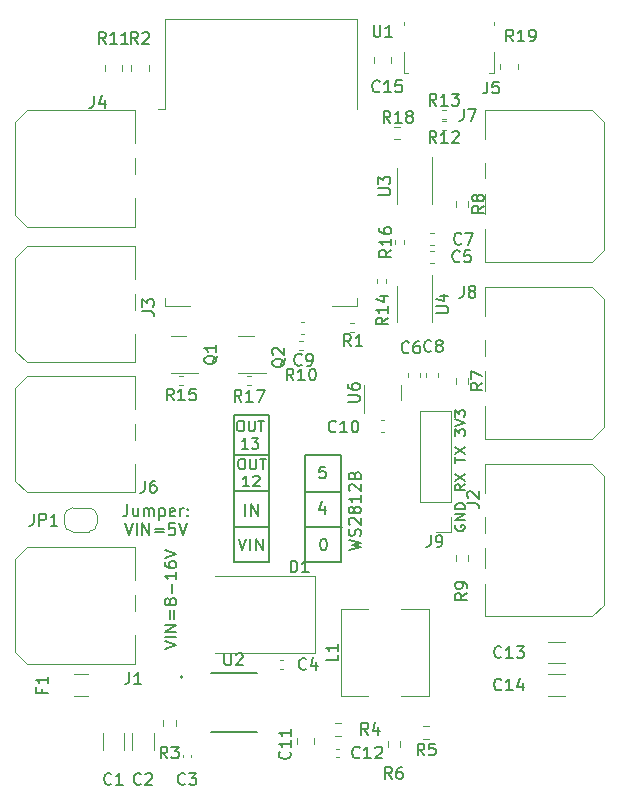
<source format=gbr>
%TF.GenerationSoftware,KiCad,Pcbnew,(6.0.1)*%
%TF.CreationDate,2022-02-04T15:15:15+01:00*%
%TF.ProjectId,WLED_ESP8266_molex_microfit,574c4544-5f45-4535-9038-3236365f6d6f,rev?*%
%TF.SameCoordinates,Original*%
%TF.FileFunction,Legend,Top*%
%TF.FilePolarity,Positive*%
%FSLAX46Y46*%
G04 Gerber Fmt 4.6, Leading zero omitted, Abs format (unit mm)*
G04 Created by KiCad (PCBNEW (6.0.1)) date 2022-02-04 15:15:15*
%MOMM*%
%LPD*%
G01*
G04 APERTURE LIST*
%ADD10C,0.150000*%
%ADD11C,0.200000*%
%ADD12C,0.127000*%
%ADD13C,0.120000*%
G04 APERTURE END LIST*
D10*
X142556000Y-105456000D02*
X145656000Y-105456000D01*
X139456000Y-102356000D02*
X136556000Y-102356000D01*
X139556000Y-105356000D02*
X136556000Y-105356000D01*
X139556000Y-111356000D02*
X136556000Y-111356000D01*
X136556000Y-111356000D02*
X136556000Y-98956000D01*
X136556000Y-98956000D02*
X139556000Y-98956000D01*
X139556000Y-98956000D02*
X139556000Y-111356000D01*
X145656000Y-111356000D02*
X142556000Y-111356000D01*
X142556000Y-111356000D02*
X142556000Y-102356000D01*
X142556000Y-102356000D02*
X145656000Y-102356000D01*
X145656000Y-102356000D02*
X145656000Y-111356000D01*
X142556000Y-108456000D02*
X145756000Y-108456000D01*
X139556000Y-108456000D02*
X136556000Y-108456000D01*
X144294095Y-103308380D02*
X143817904Y-103308380D01*
X143770285Y-103784571D01*
X143817904Y-103736952D01*
X143913142Y-103689333D01*
X144151238Y-103689333D01*
X144246476Y-103736952D01*
X144294095Y-103784571D01*
X144341714Y-103879809D01*
X144341714Y-104117904D01*
X144294095Y-104213142D01*
X144246476Y-104260761D01*
X144151238Y-104308380D01*
X143913142Y-104308380D01*
X143817904Y-104260761D01*
X143770285Y-104213142D01*
X137156000Y-102638642D02*
X137327428Y-102638642D01*
X137413142Y-102681500D01*
X137498857Y-102767214D01*
X137541714Y-102938642D01*
X137541714Y-103238642D01*
X137498857Y-103410071D01*
X137413142Y-103495785D01*
X137327428Y-103538642D01*
X137156000Y-103538642D01*
X137070285Y-103495785D01*
X136984571Y-103410071D01*
X136941714Y-103238642D01*
X136941714Y-102938642D01*
X136984571Y-102767214D01*
X137070285Y-102681500D01*
X137156000Y-102638642D01*
X137927428Y-102638642D02*
X137927428Y-103367214D01*
X137970285Y-103452928D01*
X138013142Y-103495785D01*
X138098857Y-103538642D01*
X138270285Y-103538642D01*
X138356000Y-103495785D01*
X138398857Y-103452928D01*
X138441714Y-103367214D01*
X138441714Y-102638642D01*
X138741714Y-102638642D02*
X139256000Y-102638642D01*
X138998857Y-103538642D02*
X138998857Y-102638642D01*
X137884571Y-104987642D02*
X137370285Y-104987642D01*
X137627428Y-104987642D02*
X137627428Y-104087642D01*
X137541714Y-104216214D01*
X137456000Y-104301928D01*
X137370285Y-104344785D01*
X138227428Y-104173357D02*
X138270285Y-104130500D01*
X138356000Y-104087642D01*
X138570285Y-104087642D01*
X138656000Y-104130500D01*
X138698857Y-104173357D01*
X138741714Y-104259071D01*
X138741714Y-104344785D01*
X138698857Y-104473357D01*
X138184571Y-104987642D01*
X138741714Y-104987642D01*
X146308380Y-110365523D02*
X147308380Y-110127428D01*
X146594095Y-109936952D01*
X147308380Y-109746476D01*
X146308380Y-109508380D01*
X147260761Y-109175047D02*
X147308380Y-109032190D01*
X147308380Y-108794095D01*
X147260761Y-108698857D01*
X147213142Y-108651238D01*
X147117904Y-108603619D01*
X147022666Y-108603619D01*
X146927428Y-108651238D01*
X146879809Y-108698857D01*
X146832190Y-108794095D01*
X146784571Y-108984571D01*
X146736952Y-109079809D01*
X146689333Y-109127428D01*
X146594095Y-109175047D01*
X146498857Y-109175047D01*
X146403619Y-109127428D01*
X146356000Y-109079809D01*
X146308380Y-108984571D01*
X146308380Y-108746476D01*
X146356000Y-108603619D01*
X146403619Y-108222666D02*
X146356000Y-108175047D01*
X146308380Y-108079809D01*
X146308380Y-107841714D01*
X146356000Y-107746476D01*
X146403619Y-107698857D01*
X146498857Y-107651238D01*
X146594095Y-107651238D01*
X146736952Y-107698857D01*
X147308380Y-108270285D01*
X147308380Y-107651238D01*
X146736952Y-107079809D02*
X146689333Y-107175047D01*
X146641714Y-107222666D01*
X146546476Y-107270285D01*
X146498857Y-107270285D01*
X146403619Y-107222666D01*
X146356000Y-107175047D01*
X146308380Y-107079809D01*
X146308380Y-106889333D01*
X146356000Y-106794095D01*
X146403619Y-106746476D01*
X146498857Y-106698857D01*
X146546476Y-106698857D01*
X146641714Y-106746476D01*
X146689333Y-106794095D01*
X146736952Y-106889333D01*
X146736952Y-107079809D01*
X146784571Y-107175047D01*
X146832190Y-107222666D01*
X146927428Y-107270285D01*
X147117904Y-107270285D01*
X147213142Y-107222666D01*
X147260761Y-107175047D01*
X147308380Y-107079809D01*
X147308380Y-106889333D01*
X147260761Y-106794095D01*
X147213142Y-106746476D01*
X147117904Y-106698857D01*
X146927428Y-106698857D01*
X146832190Y-106746476D01*
X146784571Y-106794095D01*
X146736952Y-106889333D01*
X147308380Y-105746476D02*
X147308380Y-106317904D01*
X147308380Y-106032190D02*
X146308380Y-106032190D01*
X146451238Y-106127428D01*
X146546476Y-106222666D01*
X146594095Y-106317904D01*
X146403619Y-105365523D02*
X146356000Y-105317904D01*
X146308380Y-105222666D01*
X146308380Y-104984571D01*
X146356000Y-104889333D01*
X146403619Y-104841714D01*
X146498857Y-104794095D01*
X146594095Y-104794095D01*
X146736952Y-104841714D01*
X147308380Y-105413142D01*
X147308380Y-104794095D01*
X146784571Y-104032190D02*
X146832190Y-103889333D01*
X146879809Y-103841714D01*
X146975047Y-103794095D01*
X147117904Y-103794095D01*
X147213142Y-103841714D01*
X147260761Y-103889333D01*
X147308380Y-103984571D01*
X147308380Y-104365523D01*
X146308380Y-104365523D01*
X146308380Y-104032190D01*
X146356000Y-103936952D01*
X146403619Y-103889333D01*
X146498857Y-103841714D01*
X146594095Y-103841714D01*
X146689333Y-103889333D01*
X146736952Y-103936952D01*
X146784571Y-104032190D01*
X146784571Y-104365523D01*
X155356000Y-108263142D02*
X155317904Y-108348857D01*
X155317904Y-108477428D01*
X155356000Y-108606000D01*
X155432190Y-108691714D01*
X155508380Y-108734571D01*
X155660761Y-108777428D01*
X155775047Y-108777428D01*
X155927428Y-108734571D01*
X156003619Y-108691714D01*
X156079809Y-108606000D01*
X156117904Y-108477428D01*
X156117904Y-108391714D01*
X156079809Y-108263142D01*
X156041714Y-108220285D01*
X155775047Y-108220285D01*
X155775047Y-108391714D01*
X156117904Y-107834571D02*
X155317904Y-107834571D01*
X156117904Y-107320285D01*
X155317904Y-107320285D01*
X156117904Y-106891714D02*
X155317904Y-106891714D01*
X155317904Y-106677428D01*
X155356000Y-106548857D01*
X155432190Y-106463142D01*
X155508380Y-106420285D01*
X155660761Y-106377428D01*
X155775047Y-106377428D01*
X155927428Y-106420285D01*
X156003619Y-106463142D01*
X156079809Y-106548857D01*
X156117904Y-106677428D01*
X156117904Y-106891714D01*
X156117904Y-104791714D02*
X155736952Y-105091714D01*
X156117904Y-105306000D02*
X155317904Y-105306000D01*
X155317904Y-104963142D01*
X155356000Y-104877428D01*
X155394095Y-104834571D01*
X155470285Y-104791714D01*
X155584571Y-104791714D01*
X155660761Y-104834571D01*
X155698857Y-104877428D01*
X155736952Y-104963142D01*
X155736952Y-105306000D01*
X155317904Y-104491714D02*
X156117904Y-103891714D01*
X155317904Y-103891714D02*
X156117904Y-104491714D01*
X155317904Y-102991714D02*
X155317904Y-102477428D01*
X156117904Y-102734571D02*
X155317904Y-102734571D01*
X155317904Y-102263142D02*
X156117904Y-101663142D01*
X155317904Y-101663142D02*
X156117904Y-102263142D01*
X155317904Y-100720285D02*
X155317904Y-100163142D01*
X155622666Y-100463142D01*
X155622666Y-100334571D01*
X155660761Y-100248857D01*
X155698857Y-100206000D01*
X155775047Y-100163142D01*
X155965523Y-100163142D01*
X156041714Y-100206000D01*
X156079809Y-100248857D01*
X156117904Y-100334571D01*
X156117904Y-100591714D01*
X156079809Y-100677428D01*
X156041714Y-100720285D01*
X155317904Y-99906000D02*
X156117904Y-99606000D01*
X155317904Y-99306000D01*
X155317904Y-99091714D02*
X155317904Y-98534571D01*
X155622666Y-98834571D01*
X155622666Y-98706000D01*
X155660761Y-98620285D01*
X155698857Y-98577428D01*
X155775047Y-98534571D01*
X155965523Y-98534571D01*
X156041714Y-98577428D01*
X156079809Y-98620285D01*
X156117904Y-98706000D01*
X156117904Y-98963142D01*
X156079809Y-99048857D01*
X156041714Y-99091714D01*
X137532190Y-107508380D02*
X137532190Y-106508380D01*
X138008380Y-107508380D02*
X138008380Y-106508380D01*
X138579809Y-107508380D01*
X138579809Y-106508380D01*
X137046047Y-99434317D02*
X137217475Y-99434317D01*
X137303189Y-99477175D01*
X137388904Y-99562889D01*
X137431761Y-99734317D01*
X137431761Y-100034317D01*
X137388904Y-100205746D01*
X137303189Y-100291460D01*
X137217475Y-100334317D01*
X137046047Y-100334317D01*
X136960332Y-100291460D01*
X136874618Y-100205746D01*
X136831761Y-100034317D01*
X136831761Y-99734317D01*
X136874618Y-99562889D01*
X136960332Y-99477175D01*
X137046047Y-99434317D01*
X137817475Y-99434317D02*
X137817475Y-100162889D01*
X137860332Y-100248603D01*
X137903189Y-100291460D01*
X137988904Y-100334317D01*
X138160332Y-100334317D01*
X138246047Y-100291460D01*
X138288904Y-100248603D01*
X138331761Y-100162889D01*
X138331761Y-99434317D01*
X138631761Y-99434317D02*
X139146047Y-99434317D01*
X138888904Y-100334317D02*
X138888904Y-99434317D01*
X137774618Y-101783317D02*
X137260332Y-101783317D01*
X137517475Y-101783317D02*
X137517475Y-100883317D01*
X137431761Y-101011889D01*
X137346047Y-101097603D01*
X137260332Y-101140460D01*
X138074618Y-100883317D02*
X138631761Y-100883317D01*
X138331761Y-101226175D01*
X138460332Y-101226175D01*
X138546047Y-101269032D01*
X138588904Y-101311889D01*
X138631761Y-101397603D01*
X138631761Y-101611889D01*
X138588904Y-101697603D01*
X138546047Y-101740460D01*
X138460332Y-101783317D01*
X138203189Y-101783317D01*
X138117475Y-101740460D01*
X138074618Y-101697603D01*
X144246476Y-106641714D02*
X144246476Y-107308380D01*
X144008380Y-106260761D02*
X143770285Y-106975047D01*
X144389333Y-106975047D01*
D11*
X130708380Y-118746476D02*
X131708380Y-118413142D01*
X130708380Y-118079809D01*
X131708380Y-117746476D02*
X130708380Y-117746476D01*
X131708380Y-117270285D02*
X130708380Y-117270285D01*
X131708380Y-116698857D01*
X130708380Y-116698857D01*
X131184571Y-116222666D02*
X131184571Y-115460761D01*
X131470285Y-115460761D02*
X131470285Y-116222666D01*
X131136952Y-114841714D02*
X131089333Y-114936952D01*
X131041714Y-114984571D01*
X130946476Y-115032190D01*
X130898857Y-115032190D01*
X130803619Y-114984571D01*
X130756000Y-114936952D01*
X130708380Y-114841714D01*
X130708380Y-114651238D01*
X130756000Y-114556000D01*
X130803619Y-114508380D01*
X130898857Y-114460761D01*
X130946476Y-114460761D01*
X131041714Y-114508380D01*
X131089333Y-114556000D01*
X131136952Y-114651238D01*
X131136952Y-114841714D01*
X131184571Y-114936952D01*
X131232190Y-114984571D01*
X131327428Y-115032190D01*
X131517904Y-115032190D01*
X131613142Y-114984571D01*
X131660761Y-114936952D01*
X131708380Y-114841714D01*
X131708380Y-114651238D01*
X131660761Y-114556000D01*
X131613142Y-114508380D01*
X131517904Y-114460761D01*
X131327428Y-114460761D01*
X131232190Y-114508380D01*
X131184571Y-114556000D01*
X131136952Y-114651238D01*
X131327428Y-114032190D02*
X131327428Y-113270285D01*
X131708380Y-112270285D02*
X131708380Y-112841714D01*
X131708380Y-112556000D02*
X130708380Y-112556000D01*
X130851238Y-112651238D01*
X130946476Y-112746476D01*
X130994095Y-112841714D01*
X130708380Y-111413142D02*
X130708380Y-111603619D01*
X130756000Y-111698857D01*
X130803619Y-111746476D01*
X130946476Y-111841714D01*
X131136952Y-111889333D01*
X131517904Y-111889333D01*
X131613142Y-111841714D01*
X131660761Y-111794095D01*
X131708380Y-111698857D01*
X131708380Y-111508380D01*
X131660761Y-111413142D01*
X131613142Y-111365523D01*
X131517904Y-111317904D01*
X131279809Y-111317904D01*
X131184571Y-111365523D01*
X131136952Y-111413142D01*
X131089333Y-111508380D01*
X131089333Y-111698857D01*
X131136952Y-111794095D01*
X131184571Y-111841714D01*
X131279809Y-111889333D01*
X130708380Y-111032190D02*
X131708380Y-110698857D01*
X130708380Y-110365523D01*
D10*
X136960761Y-109408380D02*
X137294095Y-110408380D01*
X137627428Y-109408380D01*
X137960761Y-110408380D02*
X137960761Y-109408380D01*
X138436952Y-110408380D02*
X138436952Y-109408380D01*
X139008380Y-110408380D01*
X139008380Y-109408380D01*
D11*
X127551238Y-106503380D02*
X127551238Y-107217666D01*
X127503619Y-107360523D01*
X127408380Y-107455761D01*
X127265523Y-107503380D01*
X127170285Y-107503380D01*
X128456000Y-106836714D02*
X128456000Y-107503380D01*
X128027428Y-106836714D02*
X128027428Y-107360523D01*
X128075047Y-107455761D01*
X128170285Y-107503380D01*
X128313142Y-107503380D01*
X128408380Y-107455761D01*
X128456000Y-107408142D01*
X128932190Y-107503380D02*
X128932190Y-106836714D01*
X128932190Y-106931952D02*
X128979809Y-106884333D01*
X129075047Y-106836714D01*
X129217904Y-106836714D01*
X129313142Y-106884333D01*
X129360761Y-106979571D01*
X129360761Y-107503380D01*
X129360761Y-106979571D02*
X129408380Y-106884333D01*
X129503619Y-106836714D01*
X129646476Y-106836714D01*
X129741714Y-106884333D01*
X129789333Y-106979571D01*
X129789333Y-107503380D01*
X130265523Y-106836714D02*
X130265523Y-107836714D01*
X130265523Y-106884333D02*
X130360761Y-106836714D01*
X130551238Y-106836714D01*
X130646476Y-106884333D01*
X130694095Y-106931952D01*
X130741714Y-107027190D01*
X130741714Y-107312904D01*
X130694095Y-107408142D01*
X130646476Y-107455761D01*
X130551238Y-107503380D01*
X130360761Y-107503380D01*
X130265523Y-107455761D01*
X131551238Y-107455761D02*
X131456000Y-107503380D01*
X131265523Y-107503380D01*
X131170285Y-107455761D01*
X131122666Y-107360523D01*
X131122666Y-106979571D01*
X131170285Y-106884333D01*
X131265523Y-106836714D01*
X131456000Y-106836714D01*
X131551238Y-106884333D01*
X131598857Y-106979571D01*
X131598857Y-107074809D01*
X131122666Y-107170047D01*
X132027428Y-107503380D02*
X132027428Y-106836714D01*
X132027428Y-107027190D02*
X132075047Y-106931952D01*
X132122666Y-106884333D01*
X132217904Y-106836714D01*
X132313142Y-106836714D01*
X132646476Y-107408142D02*
X132694095Y-107455761D01*
X132646476Y-107503380D01*
X132598857Y-107455761D01*
X132646476Y-107408142D01*
X132646476Y-107503380D01*
X132646476Y-106884333D02*
X132694095Y-106931952D01*
X132646476Y-106979571D01*
X132598857Y-106931952D01*
X132646476Y-106884333D01*
X132646476Y-106979571D01*
X127336952Y-108113380D02*
X127670285Y-109113380D01*
X128003619Y-108113380D01*
X128336952Y-109113380D02*
X128336952Y-108113380D01*
X128813142Y-109113380D02*
X128813142Y-108113380D01*
X129384571Y-109113380D01*
X129384571Y-108113380D01*
X129860761Y-108589571D02*
X130622666Y-108589571D01*
X130622666Y-108875285D02*
X129860761Y-108875285D01*
X131575047Y-108113380D02*
X131098857Y-108113380D01*
X131051238Y-108589571D01*
X131098857Y-108541952D01*
X131194095Y-108494333D01*
X131432190Y-108494333D01*
X131527428Y-108541952D01*
X131575047Y-108589571D01*
X131622666Y-108684809D01*
X131622666Y-108922904D01*
X131575047Y-109018142D01*
X131527428Y-109065761D01*
X131432190Y-109113380D01*
X131194095Y-109113380D01*
X131098857Y-109065761D01*
X131051238Y-109018142D01*
X131908380Y-108113380D02*
X132241714Y-109113380D01*
X132575047Y-108113380D01*
D10*
X144108380Y-109408380D02*
X144203619Y-109408380D01*
X144298857Y-109456000D01*
X144346476Y-109503619D01*
X144394095Y-109598857D01*
X144441714Y-109789333D01*
X144441714Y-110027428D01*
X144394095Y-110217904D01*
X144346476Y-110313142D01*
X144298857Y-110360761D01*
X144203619Y-110408380D01*
X144108380Y-110408380D01*
X144013142Y-110360761D01*
X143965523Y-110313142D01*
X143917904Y-110217904D01*
X143870285Y-110027428D01*
X143870285Y-109789333D01*
X143917904Y-109598857D01*
X143965523Y-109503619D01*
X144013142Y-109456000D01*
X144108380Y-109408380D01*
%TO.C,U2*%
X135769095Y-119123380D02*
X135769095Y-119932904D01*
X135816714Y-120028142D01*
X135864333Y-120075761D01*
X135959571Y-120123380D01*
X136150047Y-120123380D01*
X136245285Y-120075761D01*
X136292904Y-120028142D01*
X136340523Y-119932904D01*
X136340523Y-119123380D01*
X136769095Y-119218619D02*
X136816714Y-119171000D01*
X136911952Y-119123380D01*
X137150047Y-119123380D01*
X137245285Y-119171000D01*
X137292904Y-119218619D01*
X137340523Y-119313857D01*
X137340523Y-119409095D01*
X137292904Y-119551952D01*
X136721476Y-120123380D01*
X137340523Y-120123380D01*
%TO.C,L1*%
X145358380Y-119222666D02*
X145358380Y-119698857D01*
X144358380Y-119698857D01*
X145358380Y-118365523D02*
X145358380Y-118936952D01*
X145358380Y-118651238D02*
X144358380Y-118651238D01*
X144501238Y-118746476D01*
X144596476Y-118841714D01*
X144644095Y-118936952D01*
%TO.C,D1*%
X141367904Y-112258380D02*
X141367904Y-111258380D01*
X141606000Y-111258380D01*
X141748857Y-111306000D01*
X141844095Y-111401238D01*
X141891714Y-111496476D01*
X141939333Y-111686952D01*
X141939333Y-111829809D01*
X141891714Y-112020285D01*
X141844095Y-112115523D01*
X141748857Y-112210761D01*
X141606000Y-112258380D01*
X141367904Y-112258380D01*
X142891714Y-112258380D02*
X142320285Y-112258380D01*
X142606000Y-112258380D02*
X142606000Y-111258380D01*
X142510761Y-111401238D01*
X142415523Y-111496476D01*
X142320285Y-111544095D01*
%TO.C,C6*%
X151389333Y-93613142D02*
X151341714Y-93660761D01*
X151198857Y-93708380D01*
X151103619Y-93708380D01*
X150960761Y-93660761D01*
X150865523Y-93565523D01*
X150817904Y-93470285D01*
X150770285Y-93279809D01*
X150770285Y-93136952D01*
X150817904Y-92946476D01*
X150865523Y-92851238D01*
X150960761Y-92756000D01*
X151103619Y-92708380D01*
X151198857Y-92708380D01*
X151341714Y-92756000D01*
X151389333Y-92803619D01*
X152246476Y-92708380D02*
X152056000Y-92708380D01*
X151960761Y-92756000D01*
X151913142Y-92803619D01*
X151817904Y-92946476D01*
X151770285Y-93136952D01*
X151770285Y-93517904D01*
X151817904Y-93613142D01*
X151865523Y-93660761D01*
X151960761Y-93708380D01*
X152151238Y-93708380D01*
X152246476Y-93660761D01*
X152294095Y-93613142D01*
X152341714Y-93517904D01*
X152341714Y-93279809D01*
X152294095Y-93184571D01*
X152246476Y-93136952D01*
X152151238Y-93089333D01*
X151960761Y-93089333D01*
X151865523Y-93136952D01*
X151817904Y-93184571D01*
X151770285Y-93279809D01*
%TO.C,J6*%
X129022666Y-104508380D02*
X129022666Y-105222666D01*
X128975047Y-105365523D01*
X128879809Y-105460761D01*
X128736952Y-105508380D01*
X128641714Y-105508380D01*
X129927428Y-104508380D02*
X129736952Y-104508380D01*
X129641714Y-104556000D01*
X129594095Y-104603619D01*
X129498857Y-104746476D01*
X129451238Y-104936952D01*
X129451238Y-105317904D01*
X129498857Y-105413142D01*
X129546476Y-105460761D01*
X129641714Y-105508380D01*
X129832190Y-105508380D01*
X129927428Y-105460761D01*
X129975047Y-105413142D01*
X130022666Y-105317904D01*
X130022666Y-105079809D01*
X129975047Y-104984571D01*
X129927428Y-104936952D01*
X129832190Y-104889333D01*
X129641714Y-104889333D01*
X129546476Y-104936952D01*
X129498857Y-104984571D01*
X129451238Y-105079809D01*
%TO.C,C1*%
X126189333Y-130163142D02*
X126141714Y-130210761D01*
X125998857Y-130258380D01*
X125903619Y-130258380D01*
X125760761Y-130210761D01*
X125665523Y-130115523D01*
X125617904Y-130020285D01*
X125570285Y-129829809D01*
X125570285Y-129686952D01*
X125617904Y-129496476D01*
X125665523Y-129401238D01*
X125760761Y-129306000D01*
X125903619Y-129258380D01*
X125998857Y-129258380D01*
X126141714Y-129306000D01*
X126189333Y-129353619D01*
X127141714Y-130258380D02*
X126570285Y-130258380D01*
X126856000Y-130258380D02*
X126856000Y-129258380D01*
X126760761Y-129401238D01*
X126665523Y-129496476D01*
X126570285Y-129544095D01*
%TO.C,J9*%
X153222666Y-109108380D02*
X153222666Y-109822666D01*
X153175047Y-109965523D01*
X153079809Y-110060761D01*
X152936952Y-110108380D01*
X152841714Y-110108380D01*
X153746476Y-110108380D02*
X153936952Y-110108380D01*
X154032190Y-110060761D01*
X154079809Y-110013142D01*
X154175047Y-109870285D01*
X154222666Y-109679809D01*
X154222666Y-109298857D01*
X154175047Y-109203619D01*
X154127428Y-109156000D01*
X154032190Y-109108380D01*
X153841714Y-109108380D01*
X153746476Y-109156000D01*
X153698857Y-109203619D01*
X153651238Y-109298857D01*
X153651238Y-109536952D01*
X153698857Y-109632190D01*
X153746476Y-109679809D01*
X153841714Y-109727428D01*
X154032190Y-109727428D01*
X154127428Y-109679809D01*
X154175047Y-109632190D01*
X154222666Y-109536952D01*
%TO.C,C11*%
X141283142Y-127448857D02*
X141330761Y-127496476D01*
X141378380Y-127639333D01*
X141378380Y-127734571D01*
X141330761Y-127877428D01*
X141235523Y-127972666D01*
X141140285Y-128020285D01*
X140949809Y-128067904D01*
X140806952Y-128067904D01*
X140616476Y-128020285D01*
X140521238Y-127972666D01*
X140426000Y-127877428D01*
X140378380Y-127734571D01*
X140378380Y-127639333D01*
X140426000Y-127496476D01*
X140473619Y-127448857D01*
X141378380Y-126496476D02*
X141378380Y-127067904D01*
X141378380Y-126782190D02*
X140378380Y-126782190D01*
X140521238Y-126877428D01*
X140616476Y-126972666D01*
X140664095Y-127067904D01*
X141378380Y-125544095D02*
X141378380Y-126115523D01*
X141378380Y-125829809D02*
X140378380Y-125829809D01*
X140521238Y-125925047D01*
X140616476Y-126020285D01*
X140664095Y-126115523D01*
%TO.C,C9*%
X142305168Y-94663142D02*
X142257549Y-94710761D01*
X142114692Y-94758380D01*
X142019454Y-94758380D01*
X141876596Y-94710761D01*
X141781358Y-94615523D01*
X141733739Y-94520285D01*
X141686120Y-94329809D01*
X141686120Y-94186952D01*
X141733739Y-93996476D01*
X141781358Y-93901238D01*
X141876596Y-93806000D01*
X142019454Y-93758380D01*
X142114692Y-93758380D01*
X142257549Y-93806000D01*
X142305168Y-93853619D01*
X142781358Y-94758380D02*
X142971835Y-94758380D01*
X143067073Y-94710761D01*
X143114692Y-94663142D01*
X143209930Y-94520285D01*
X143257549Y-94329809D01*
X143257549Y-93948857D01*
X143209930Y-93853619D01*
X143162311Y-93806000D01*
X143067073Y-93758380D01*
X142876596Y-93758380D01*
X142781358Y-93806000D01*
X142733739Y-93853619D01*
X142686120Y-93948857D01*
X142686120Y-94186952D01*
X142733739Y-94282190D01*
X142781358Y-94329809D01*
X142876596Y-94377428D01*
X143067073Y-94377428D01*
X143162311Y-94329809D01*
X143209930Y-94282190D01*
X143257549Y-94186952D01*
%TO.C,R13*%
X153713142Y-72738380D02*
X153379809Y-72262190D01*
X153141714Y-72738380D02*
X153141714Y-71738380D01*
X153522666Y-71738380D01*
X153617904Y-71786000D01*
X153665523Y-71833619D01*
X153713142Y-71928857D01*
X153713142Y-72071714D01*
X153665523Y-72166952D01*
X153617904Y-72214571D01*
X153522666Y-72262190D01*
X153141714Y-72262190D01*
X154665523Y-72738380D02*
X154094095Y-72738380D01*
X154379809Y-72738380D02*
X154379809Y-71738380D01*
X154284571Y-71881238D01*
X154189333Y-71976476D01*
X154094095Y-72024095D01*
X154998857Y-71738380D02*
X155617904Y-71738380D01*
X155284571Y-72119333D01*
X155427428Y-72119333D01*
X155522666Y-72166952D01*
X155570285Y-72214571D01*
X155617904Y-72309809D01*
X155617904Y-72547904D01*
X155570285Y-72643142D01*
X155522666Y-72690761D01*
X155427428Y-72738380D01*
X155141714Y-72738380D01*
X155046476Y-72690761D01*
X154998857Y-72643142D01*
%TO.C,C3*%
X132439333Y-130163142D02*
X132391714Y-130210761D01*
X132248857Y-130258380D01*
X132153619Y-130258380D01*
X132010761Y-130210761D01*
X131915523Y-130115523D01*
X131867904Y-130020285D01*
X131820285Y-129829809D01*
X131820285Y-129686952D01*
X131867904Y-129496476D01*
X131915523Y-129401238D01*
X132010761Y-129306000D01*
X132153619Y-129258380D01*
X132248857Y-129258380D01*
X132391714Y-129306000D01*
X132439333Y-129353619D01*
X132772666Y-129258380D02*
X133391714Y-129258380D01*
X133058380Y-129639333D01*
X133201238Y-129639333D01*
X133296476Y-129686952D01*
X133344095Y-129734571D01*
X133391714Y-129829809D01*
X133391714Y-130067904D01*
X133344095Y-130163142D01*
X133296476Y-130210761D01*
X133201238Y-130258380D01*
X132915523Y-130258380D01*
X132820285Y-130210761D01*
X132772666Y-130163142D01*
%TO.C,C2*%
X128689333Y-130163142D02*
X128641714Y-130210761D01*
X128498857Y-130258380D01*
X128403619Y-130258380D01*
X128260761Y-130210761D01*
X128165523Y-130115523D01*
X128117904Y-130020285D01*
X128070285Y-129829809D01*
X128070285Y-129686952D01*
X128117904Y-129496476D01*
X128165523Y-129401238D01*
X128260761Y-129306000D01*
X128403619Y-129258380D01*
X128498857Y-129258380D01*
X128641714Y-129306000D01*
X128689333Y-129353619D01*
X129070285Y-129353619D02*
X129117904Y-129306000D01*
X129213142Y-129258380D01*
X129451238Y-129258380D01*
X129546476Y-129306000D01*
X129594095Y-129353619D01*
X129641714Y-129448857D01*
X129641714Y-129544095D01*
X129594095Y-129686952D01*
X129022666Y-130258380D01*
X129641714Y-130258380D01*
%TO.C,J3*%
X128808380Y-90139333D02*
X129522666Y-90139333D01*
X129665523Y-90186952D01*
X129760761Y-90282190D01*
X129808380Y-90425047D01*
X129808380Y-90520285D01*
X128808380Y-89758380D02*
X128808380Y-89139333D01*
X129189333Y-89472666D01*
X129189333Y-89329809D01*
X129236952Y-89234571D01*
X129284571Y-89186952D01*
X129379809Y-89139333D01*
X129617904Y-89139333D01*
X129713142Y-89186952D01*
X129760761Y-89234571D01*
X129808380Y-89329809D01*
X129808380Y-89615523D01*
X129760761Y-89710761D01*
X129713142Y-89758380D01*
%TO.C,R6*%
X149939333Y-129758380D02*
X149606000Y-129282190D01*
X149367904Y-129758380D02*
X149367904Y-128758380D01*
X149748857Y-128758380D01*
X149844095Y-128806000D01*
X149891714Y-128853619D01*
X149939333Y-128948857D01*
X149939333Y-129091714D01*
X149891714Y-129186952D01*
X149844095Y-129234571D01*
X149748857Y-129282190D01*
X149367904Y-129282190D01*
X150796476Y-128758380D02*
X150606000Y-128758380D01*
X150510761Y-128806000D01*
X150463142Y-128853619D01*
X150367904Y-128996476D01*
X150320285Y-129186952D01*
X150320285Y-129567904D01*
X150367904Y-129663142D01*
X150415523Y-129710761D01*
X150510761Y-129758380D01*
X150701238Y-129758380D01*
X150796476Y-129710761D01*
X150844095Y-129663142D01*
X150891714Y-129567904D01*
X150891714Y-129329809D01*
X150844095Y-129234571D01*
X150796476Y-129186952D01*
X150701238Y-129139333D01*
X150510761Y-129139333D01*
X150415523Y-129186952D01*
X150367904Y-129234571D01*
X150320285Y-129329809D01*
%TO.C,R17*%
X137213142Y-97808380D02*
X136879809Y-97332190D01*
X136641714Y-97808380D02*
X136641714Y-96808380D01*
X137022666Y-96808380D01*
X137117904Y-96856000D01*
X137165523Y-96903619D01*
X137213142Y-96998857D01*
X137213142Y-97141714D01*
X137165523Y-97236952D01*
X137117904Y-97284571D01*
X137022666Y-97332190D01*
X136641714Y-97332190D01*
X138165523Y-97808380D02*
X137594095Y-97808380D01*
X137879809Y-97808380D02*
X137879809Y-96808380D01*
X137784571Y-96951238D01*
X137689333Y-97046476D01*
X137594095Y-97094095D01*
X138498857Y-96808380D02*
X139165523Y-96808380D01*
X138736952Y-97808380D01*
%TO.C,U3*%
X148808380Y-80317904D02*
X149617904Y-80317904D01*
X149713142Y-80270285D01*
X149760761Y-80222666D01*
X149808380Y-80127428D01*
X149808380Y-79936952D01*
X149760761Y-79841714D01*
X149713142Y-79794095D01*
X149617904Y-79746476D01*
X148808380Y-79746476D01*
X148808380Y-79365523D02*
X148808380Y-78746476D01*
X149189333Y-79079809D01*
X149189333Y-78936952D01*
X149236952Y-78841714D01*
X149284571Y-78794095D01*
X149379809Y-78746476D01*
X149617904Y-78746476D01*
X149713142Y-78794095D01*
X149760761Y-78841714D01*
X149808380Y-78936952D01*
X149808380Y-79222666D01*
X149760761Y-79317904D01*
X149713142Y-79365523D01*
%TO.C,F1*%
X120284571Y-122139333D02*
X120284571Y-122472666D01*
X120808380Y-122472666D02*
X119808380Y-122472666D01*
X119808380Y-121996476D01*
X120808380Y-121091714D02*
X120808380Y-121663142D01*
X120808380Y-121377428D02*
X119808380Y-121377428D01*
X119951238Y-121472666D01*
X120046476Y-121567904D01*
X120094095Y-121663142D01*
%TO.C,C7*%
X155826833Y-84413142D02*
X155779214Y-84460761D01*
X155636357Y-84508380D01*
X155541119Y-84508380D01*
X155398261Y-84460761D01*
X155303023Y-84365523D01*
X155255404Y-84270285D01*
X155207785Y-84079809D01*
X155207785Y-83936952D01*
X155255404Y-83746476D01*
X155303023Y-83651238D01*
X155398261Y-83556000D01*
X155541119Y-83508380D01*
X155636357Y-83508380D01*
X155779214Y-83556000D01*
X155826833Y-83603619D01*
X156160166Y-83508380D02*
X156826833Y-83508380D01*
X156398261Y-84508380D01*
%TO.C,R16*%
X149888380Y-84948857D02*
X149412190Y-85282190D01*
X149888380Y-85520285D02*
X148888380Y-85520285D01*
X148888380Y-85139333D01*
X148936000Y-85044095D01*
X148983619Y-84996476D01*
X149078857Y-84948857D01*
X149221714Y-84948857D01*
X149316952Y-84996476D01*
X149364571Y-85044095D01*
X149412190Y-85139333D01*
X149412190Y-85520285D01*
X149888380Y-83996476D02*
X149888380Y-84567904D01*
X149888380Y-84282190D02*
X148888380Y-84282190D01*
X149031238Y-84377428D01*
X149126476Y-84472666D01*
X149174095Y-84567904D01*
X148888380Y-83139333D02*
X148888380Y-83329809D01*
X148936000Y-83425047D01*
X148983619Y-83472666D01*
X149126476Y-83567904D01*
X149316952Y-83615523D01*
X149697904Y-83615523D01*
X149793142Y-83567904D01*
X149840761Y-83520285D01*
X149888380Y-83425047D01*
X149888380Y-83234571D01*
X149840761Y-83139333D01*
X149793142Y-83091714D01*
X149697904Y-83044095D01*
X149459809Y-83044095D01*
X149364571Y-83091714D01*
X149316952Y-83139333D01*
X149269333Y-83234571D01*
X149269333Y-83425047D01*
X149316952Y-83520285D01*
X149364571Y-83567904D01*
X149459809Y-83615523D01*
%TO.C,R7*%
X157608380Y-96222666D02*
X157132190Y-96556000D01*
X157608380Y-96794095D02*
X156608380Y-96794095D01*
X156608380Y-96413142D01*
X156656000Y-96317904D01*
X156703619Y-96270285D01*
X156798857Y-96222666D01*
X156941714Y-96222666D01*
X157036952Y-96270285D01*
X157084571Y-96317904D01*
X157132190Y-96413142D01*
X157132190Y-96794095D01*
X156608380Y-95889333D02*
X156608380Y-95222666D01*
X157608380Y-95651238D01*
%TO.C,U1*%
X148394095Y-65908380D02*
X148394095Y-66717904D01*
X148441714Y-66813142D01*
X148489333Y-66860761D01*
X148584571Y-66908380D01*
X148775047Y-66908380D01*
X148870285Y-66860761D01*
X148917904Y-66813142D01*
X148965523Y-66717904D01*
X148965523Y-65908380D01*
X149965523Y-66908380D02*
X149394095Y-66908380D01*
X149679809Y-66908380D02*
X149679809Y-65908380D01*
X149584571Y-66051238D01*
X149489333Y-66146476D01*
X149394095Y-66194095D01*
%TO.C,J2*%
X156308380Y-106389333D02*
X157022666Y-106389333D01*
X157165523Y-106436952D01*
X157260761Y-106532190D01*
X157308380Y-106675047D01*
X157308380Y-106770285D01*
X156403619Y-105960761D02*
X156356000Y-105913142D01*
X156308380Y-105817904D01*
X156308380Y-105579809D01*
X156356000Y-105484571D01*
X156403619Y-105436952D01*
X156498857Y-105389333D01*
X156594095Y-105389333D01*
X156736952Y-105436952D01*
X157308380Y-106008380D01*
X157308380Y-105389333D01*
%TO.C,R12*%
X153713142Y-75908380D02*
X153379809Y-75432190D01*
X153141714Y-75908380D02*
X153141714Y-74908380D01*
X153522666Y-74908380D01*
X153617904Y-74956000D01*
X153665523Y-75003619D01*
X153713142Y-75098857D01*
X153713142Y-75241714D01*
X153665523Y-75336952D01*
X153617904Y-75384571D01*
X153522666Y-75432190D01*
X153141714Y-75432190D01*
X154665523Y-75908380D02*
X154094095Y-75908380D01*
X154379809Y-75908380D02*
X154379809Y-74908380D01*
X154284571Y-75051238D01*
X154189333Y-75146476D01*
X154094095Y-75194095D01*
X155046476Y-75003619D02*
X155094095Y-74956000D01*
X155189333Y-74908380D01*
X155427428Y-74908380D01*
X155522666Y-74956000D01*
X155570285Y-75003619D01*
X155617904Y-75098857D01*
X155617904Y-75194095D01*
X155570285Y-75336952D01*
X154998857Y-75908380D01*
X155617904Y-75908380D01*
%TO.C,U4*%
X153708380Y-90317904D02*
X154517904Y-90317904D01*
X154613142Y-90270285D01*
X154660761Y-90222666D01*
X154708380Y-90127428D01*
X154708380Y-89936952D01*
X154660761Y-89841714D01*
X154613142Y-89794095D01*
X154517904Y-89746476D01*
X153708380Y-89746476D01*
X154041714Y-88841714D02*
X154708380Y-88841714D01*
X153660761Y-89079809D02*
X154375047Y-89317904D01*
X154375047Y-88698857D01*
%TO.C,J5*%
X158022666Y-70708380D02*
X158022666Y-71422666D01*
X157975047Y-71565523D01*
X157879809Y-71660761D01*
X157736952Y-71708380D01*
X157641714Y-71708380D01*
X158975047Y-70708380D02*
X158498857Y-70708380D01*
X158451238Y-71184571D01*
X158498857Y-71136952D01*
X158594095Y-71089333D01*
X158832190Y-71089333D01*
X158927428Y-71136952D01*
X158975047Y-71184571D01*
X159022666Y-71279809D01*
X159022666Y-71517904D01*
X158975047Y-71613142D01*
X158927428Y-71660761D01*
X158832190Y-71708380D01*
X158594095Y-71708380D01*
X158498857Y-71660761D01*
X158451238Y-71613142D01*
%TO.C,R19*%
X160213142Y-67308380D02*
X159879809Y-66832190D01*
X159641714Y-67308380D02*
X159641714Y-66308380D01*
X160022666Y-66308380D01*
X160117904Y-66356000D01*
X160165523Y-66403619D01*
X160213142Y-66498857D01*
X160213142Y-66641714D01*
X160165523Y-66736952D01*
X160117904Y-66784571D01*
X160022666Y-66832190D01*
X159641714Y-66832190D01*
X161165523Y-67308380D02*
X160594095Y-67308380D01*
X160879809Y-67308380D02*
X160879809Y-66308380D01*
X160784571Y-66451238D01*
X160689333Y-66546476D01*
X160594095Y-66594095D01*
X161641714Y-67308380D02*
X161832190Y-67308380D01*
X161927428Y-67260761D01*
X161975047Y-67213142D01*
X162070285Y-67070285D01*
X162117904Y-66879809D01*
X162117904Y-66498857D01*
X162070285Y-66403619D01*
X162022666Y-66356000D01*
X161927428Y-66308380D01*
X161736952Y-66308380D01*
X161641714Y-66356000D01*
X161594095Y-66403619D01*
X161546476Y-66498857D01*
X161546476Y-66736952D01*
X161594095Y-66832190D01*
X161641714Y-66879809D01*
X161736952Y-66927428D01*
X161927428Y-66927428D01*
X162022666Y-66879809D01*
X162070285Y-66832190D01*
X162117904Y-66736952D01*
%TO.C,C13*%
X159213142Y-119413142D02*
X159165523Y-119460761D01*
X159022666Y-119508380D01*
X158927428Y-119508380D01*
X158784571Y-119460761D01*
X158689333Y-119365523D01*
X158641714Y-119270285D01*
X158594095Y-119079809D01*
X158594095Y-118936952D01*
X158641714Y-118746476D01*
X158689333Y-118651238D01*
X158784571Y-118556000D01*
X158927428Y-118508380D01*
X159022666Y-118508380D01*
X159165523Y-118556000D01*
X159213142Y-118603619D01*
X160165523Y-119508380D02*
X159594095Y-119508380D01*
X159879809Y-119508380D02*
X159879809Y-118508380D01*
X159784571Y-118651238D01*
X159689333Y-118746476D01*
X159594095Y-118794095D01*
X160498857Y-118508380D02*
X161117904Y-118508380D01*
X160784571Y-118889333D01*
X160927428Y-118889333D01*
X161022666Y-118936952D01*
X161070285Y-118984571D01*
X161117904Y-119079809D01*
X161117904Y-119317904D01*
X161070285Y-119413142D01*
X161022666Y-119460761D01*
X160927428Y-119508380D01*
X160641714Y-119508380D01*
X160546476Y-119460761D01*
X160498857Y-119413142D01*
%TO.C,R5*%
X152689333Y-127758380D02*
X152356000Y-127282190D01*
X152117904Y-127758380D02*
X152117904Y-126758380D01*
X152498857Y-126758380D01*
X152594095Y-126806000D01*
X152641714Y-126853619D01*
X152689333Y-126948857D01*
X152689333Y-127091714D01*
X152641714Y-127186952D01*
X152594095Y-127234571D01*
X152498857Y-127282190D01*
X152117904Y-127282190D01*
X153594095Y-126758380D02*
X153117904Y-126758380D01*
X153070285Y-127234571D01*
X153117904Y-127186952D01*
X153213142Y-127139333D01*
X153451238Y-127139333D01*
X153546476Y-127186952D01*
X153594095Y-127234571D01*
X153641714Y-127329809D01*
X153641714Y-127567904D01*
X153594095Y-127663142D01*
X153546476Y-127710761D01*
X153451238Y-127758380D01*
X153213142Y-127758380D01*
X153117904Y-127710761D01*
X153070285Y-127663142D01*
%TO.C,JP1*%
X119622666Y-107308380D02*
X119622666Y-108022666D01*
X119575047Y-108165523D01*
X119479809Y-108260761D01*
X119336952Y-108308380D01*
X119241714Y-108308380D01*
X120098857Y-108308380D02*
X120098857Y-107308380D01*
X120479809Y-107308380D01*
X120575047Y-107356000D01*
X120622666Y-107403619D01*
X120670285Y-107498857D01*
X120670285Y-107641714D01*
X120622666Y-107736952D01*
X120575047Y-107784571D01*
X120479809Y-107832190D01*
X120098857Y-107832190D01*
X121622666Y-108308380D02*
X121051238Y-108308380D01*
X121336952Y-108308380D02*
X121336952Y-107308380D01*
X121241714Y-107451238D01*
X121146476Y-107546476D01*
X121051238Y-107594095D01*
%TO.C,R2*%
X128439333Y-67508380D02*
X128106000Y-67032190D01*
X127867904Y-67508380D02*
X127867904Y-66508380D01*
X128248857Y-66508380D01*
X128344095Y-66556000D01*
X128391714Y-66603619D01*
X128439333Y-66698857D01*
X128439333Y-66841714D01*
X128391714Y-66936952D01*
X128344095Y-66984571D01*
X128248857Y-67032190D01*
X127867904Y-67032190D01*
X128820285Y-66603619D02*
X128867904Y-66556000D01*
X128963142Y-66508380D01*
X129201238Y-66508380D01*
X129296476Y-66556000D01*
X129344095Y-66603619D01*
X129391714Y-66698857D01*
X129391714Y-66794095D01*
X129344095Y-66936952D01*
X128772666Y-67508380D01*
X129391714Y-67508380D01*
%TO.C,J7*%
X156022666Y-73008380D02*
X156022666Y-73722666D01*
X155975047Y-73865523D01*
X155879809Y-73960761D01*
X155736952Y-74008380D01*
X155641714Y-74008380D01*
X156403619Y-73008380D02*
X157070285Y-73008380D01*
X156641714Y-74008380D01*
%TO.C,R18*%
X149813142Y-74208380D02*
X149479809Y-73732190D01*
X149241714Y-74208380D02*
X149241714Y-73208380D01*
X149622666Y-73208380D01*
X149717904Y-73256000D01*
X149765523Y-73303619D01*
X149813142Y-73398857D01*
X149813142Y-73541714D01*
X149765523Y-73636952D01*
X149717904Y-73684571D01*
X149622666Y-73732190D01*
X149241714Y-73732190D01*
X150765523Y-74208380D02*
X150194095Y-74208380D01*
X150479809Y-74208380D02*
X150479809Y-73208380D01*
X150384571Y-73351238D01*
X150289333Y-73446476D01*
X150194095Y-73494095D01*
X151336952Y-73636952D02*
X151241714Y-73589333D01*
X151194095Y-73541714D01*
X151146476Y-73446476D01*
X151146476Y-73398857D01*
X151194095Y-73303619D01*
X151241714Y-73256000D01*
X151336952Y-73208380D01*
X151527428Y-73208380D01*
X151622666Y-73256000D01*
X151670285Y-73303619D01*
X151717904Y-73398857D01*
X151717904Y-73446476D01*
X151670285Y-73541714D01*
X151622666Y-73589333D01*
X151527428Y-73636952D01*
X151336952Y-73636952D01*
X151241714Y-73684571D01*
X151194095Y-73732190D01*
X151146476Y-73827428D01*
X151146476Y-74017904D01*
X151194095Y-74113142D01*
X151241714Y-74160761D01*
X151336952Y-74208380D01*
X151527428Y-74208380D01*
X151622666Y-74160761D01*
X151670285Y-74113142D01*
X151717904Y-74017904D01*
X151717904Y-73827428D01*
X151670285Y-73732190D01*
X151622666Y-73684571D01*
X151527428Y-73636952D01*
%TO.C,R9*%
X156308380Y-114022666D02*
X155832190Y-114356000D01*
X156308380Y-114594095D02*
X155308380Y-114594095D01*
X155308380Y-114213142D01*
X155356000Y-114117904D01*
X155403619Y-114070285D01*
X155498857Y-114022666D01*
X155641714Y-114022666D01*
X155736952Y-114070285D01*
X155784571Y-114117904D01*
X155832190Y-114213142D01*
X155832190Y-114594095D01*
X156308380Y-113546476D02*
X156308380Y-113356000D01*
X156260761Y-113260761D01*
X156213142Y-113213142D01*
X156070285Y-113117904D01*
X155879809Y-113070285D01*
X155498857Y-113070285D01*
X155403619Y-113117904D01*
X155356000Y-113165523D01*
X155308380Y-113260761D01*
X155308380Y-113451238D01*
X155356000Y-113546476D01*
X155403619Y-113594095D01*
X155498857Y-113641714D01*
X155736952Y-113641714D01*
X155832190Y-113594095D01*
X155879809Y-113546476D01*
X155927428Y-113451238D01*
X155927428Y-113260761D01*
X155879809Y-113165523D01*
X155832190Y-113117904D01*
X155736952Y-113070285D01*
%TO.C,J8*%
X156022666Y-88008380D02*
X156022666Y-88722666D01*
X155975047Y-88865523D01*
X155879809Y-88960761D01*
X155736952Y-89008380D01*
X155641714Y-89008380D01*
X156641714Y-88436952D02*
X156546476Y-88389333D01*
X156498857Y-88341714D01*
X156451238Y-88246476D01*
X156451238Y-88198857D01*
X156498857Y-88103619D01*
X156546476Y-88056000D01*
X156641714Y-88008380D01*
X156832190Y-88008380D01*
X156927428Y-88056000D01*
X156975047Y-88103619D01*
X157022666Y-88198857D01*
X157022666Y-88246476D01*
X156975047Y-88341714D01*
X156927428Y-88389333D01*
X156832190Y-88436952D01*
X156641714Y-88436952D01*
X156546476Y-88484571D01*
X156498857Y-88532190D01*
X156451238Y-88627428D01*
X156451238Y-88817904D01*
X156498857Y-88913142D01*
X156546476Y-88960761D01*
X156641714Y-89008380D01*
X156832190Y-89008380D01*
X156927428Y-88960761D01*
X156975047Y-88913142D01*
X157022666Y-88817904D01*
X157022666Y-88627428D01*
X156975047Y-88532190D01*
X156927428Y-88484571D01*
X156832190Y-88436952D01*
%TO.C,R14*%
X149608380Y-90698857D02*
X149132190Y-91032190D01*
X149608380Y-91270285D02*
X148608380Y-91270285D01*
X148608380Y-90889333D01*
X148656000Y-90794095D01*
X148703619Y-90746476D01*
X148798857Y-90698857D01*
X148941714Y-90698857D01*
X149036952Y-90746476D01*
X149084571Y-90794095D01*
X149132190Y-90889333D01*
X149132190Y-91270285D01*
X149608380Y-89746476D02*
X149608380Y-90317904D01*
X149608380Y-90032190D02*
X148608380Y-90032190D01*
X148751238Y-90127428D01*
X148846476Y-90222666D01*
X148894095Y-90317904D01*
X148941714Y-88889333D02*
X149608380Y-88889333D01*
X148560761Y-89127428D02*
X149275047Y-89365523D01*
X149275047Y-88746476D01*
%TO.C,R10*%
X141613142Y-96008380D02*
X141279809Y-95532190D01*
X141041714Y-96008380D02*
X141041714Y-95008380D01*
X141422666Y-95008380D01*
X141517904Y-95056000D01*
X141565523Y-95103619D01*
X141613142Y-95198857D01*
X141613142Y-95341714D01*
X141565523Y-95436952D01*
X141517904Y-95484571D01*
X141422666Y-95532190D01*
X141041714Y-95532190D01*
X142565523Y-96008380D02*
X141994095Y-96008380D01*
X142279809Y-96008380D02*
X142279809Y-95008380D01*
X142184571Y-95151238D01*
X142089333Y-95246476D01*
X141994095Y-95294095D01*
X143184571Y-95008380D02*
X143279809Y-95008380D01*
X143375047Y-95056000D01*
X143422666Y-95103619D01*
X143470285Y-95198857D01*
X143517904Y-95389333D01*
X143517904Y-95627428D01*
X143470285Y-95817904D01*
X143422666Y-95913142D01*
X143375047Y-95960761D01*
X143279809Y-96008380D01*
X143184571Y-96008380D01*
X143089333Y-95960761D01*
X143041714Y-95913142D01*
X142994095Y-95817904D01*
X142946476Y-95627428D01*
X142946476Y-95389333D01*
X142994095Y-95198857D01*
X143041714Y-95103619D01*
X143089333Y-95056000D01*
X143184571Y-95008380D01*
%TO.C,C10*%
X145213142Y-100313142D02*
X145165523Y-100360761D01*
X145022666Y-100408380D01*
X144927428Y-100408380D01*
X144784571Y-100360761D01*
X144689333Y-100265523D01*
X144641714Y-100170285D01*
X144594095Y-99979809D01*
X144594095Y-99836952D01*
X144641714Y-99646476D01*
X144689333Y-99551238D01*
X144784571Y-99456000D01*
X144927428Y-99408380D01*
X145022666Y-99408380D01*
X145165523Y-99456000D01*
X145213142Y-99503619D01*
X146165523Y-100408380D02*
X145594095Y-100408380D01*
X145879809Y-100408380D02*
X145879809Y-99408380D01*
X145784571Y-99551238D01*
X145689333Y-99646476D01*
X145594095Y-99694095D01*
X146784571Y-99408380D02*
X146879809Y-99408380D01*
X146975047Y-99456000D01*
X147022666Y-99503619D01*
X147070285Y-99598857D01*
X147117904Y-99789333D01*
X147117904Y-100027428D01*
X147070285Y-100217904D01*
X147022666Y-100313142D01*
X146975047Y-100360761D01*
X146879809Y-100408380D01*
X146784571Y-100408380D01*
X146689333Y-100360761D01*
X146641714Y-100313142D01*
X146594095Y-100217904D01*
X146546476Y-100027428D01*
X146546476Y-99789333D01*
X146594095Y-99598857D01*
X146641714Y-99503619D01*
X146689333Y-99456000D01*
X146784571Y-99408380D01*
%TO.C,J4*%
X124722666Y-71908380D02*
X124722666Y-72622666D01*
X124675047Y-72765523D01*
X124579809Y-72860761D01*
X124436952Y-72908380D01*
X124341714Y-72908380D01*
X125627428Y-72241714D02*
X125627428Y-72908380D01*
X125389333Y-71860761D02*
X125151238Y-72575047D01*
X125770285Y-72575047D01*
%TO.C,Q2*%
X140903619Y-94151238D02*
X140856000Y-94246476D01*
X140760761Y-94341714D01*
X140617904Y-94484571D01*
X140570285Y-94579809D01*
X140570285Y-94675047D01*
X140808380Y-94627428D02*
X140760761Y-94722666D01*
X140665523Y-94817904D01*
X140475047Y-94865523D01*
X140141714Y-94865523D01*
X139951238Y-94817904D01*
X139856000Y-94722666D01*
X139808380Y-94627428D01*
X139808380Y-94436952D01*
X139856000Y-94341714D01*
X139951238Y-94246476D01*
X140141714Y-94198857D01*
X140475047Y-94198857D01*
X140665523Y-94246476D01*
X140760761Y-94341714D01*
X140808380Y-94436952D01*
X140808380Y-94627428D01*
X139903619Y-93817904D02*
X139856000Y-93770285D01*
X139808380Y-93675047D01*
X139808380Y-93436952D01*
X139856000Y-93341714D01*
X139903619Y-93294095D01*
X139998857Y-93246476D01*
X140094095Y-93246476D01*
X140236952Y-93294095D01*
X140808380Y-93865523D01*
X140808380Y-93246476D01*
%TO.C,C8*%
X153289333Y-93513142D02*
X153241714Y-93560761D01*
X153098857Y-93608380D01*
X153003619Y-93608380D01*
X152860761Y-93560761D01*
X152765523Y-93465523D01*
X152717904Y-93370285D01*
X152670285Y-93179809D01*
X152670285Y-93036952D01*
X152717904Y-92846476D01*
X152765523Y-92751238D01*
X152860761Y-92656000D01*
X153003619Y-92608380D01*
X153098857Y-92608380D01*
X153241714Y-92656000D01*
X153289333Y-92703619D01*
X153860761Y-93036952D02*
X153765523Y-92989333D01*
X153717904Y-92941714D01*
X153670285Y-92846476D01*
X153670285Y-92798857D01*
X153717904Y-92703619D01*
X153765523Y-92656000D01*
X153860761Y-92608380D01*
X154051238Y-92608380D01*
X154146476Y-92656000D01*
X154194095Y-92703619D01*
X154241714Y-92798857D01*
X154241714Y-92846476D01*
X154194095Y-92941714D01*
X154146476Y-92989333D01*
X154051238Y-93036952D01*
X153860761Y-93036952D01*
X153765523Y-93084571D01*
X153717904Y-93132190D01*
X153670285Y-93227428D01*
X153670285Y-93417904D01*
X153717904Y-93513142D01*
X153765523Y-93560761D01*
X153860761Y-93608380D01*
X154051238Y-93608380D01*
X154146476Y-93560761D01*
X154194095Y-93513142D01*
X154241714Y-93417904D01*
X154241714Y-93227428D01*
X154194095Y-93132190D01*
X154146476Y-93084571D01*
X154051238Y-93036952D01*
%TO.C,C4*%
X142689333Y-120413142D02*
X142641714Y-120460761D01*
X142498857Y-120508380D01*
X142403619Y-120508380D01*
X142260761Y-120460761D01*
X142165523Y-120365523D01*
X142117904Y-120270285D01*
X142070285Y-120079809D01*
X142070285Y-119936952D01*
X142117904Y-119746476D01*
X142165523Y-119651238D01*
X142260761Y-119556000D01*
X142403619Y-119508380D01*
X142498857Y-119508380D01*
X142641714Y-119556000D01*
X142689333Y-119603619D01*
X143546476Y-119841714D02*
X143546476Y-120508380D01*
X143308380Y-119460761D02*
X143070285Y-120175047D01*
X143689333Y-120175047D01*
%TO.C,R4*%
X147939333Y-126008380D02*
X147606000Y-125532190D01*
X147367904Y-126008380D02*
X147367904Y-125008380D01*
X147748857Y-125008380D01*
X147844095Y-125056000D01*
X147891714Y-125103619D01*
X147939333Y-125198857D01*
X147939333Y-125341714D01*
X147891714Y-125436952D01*
X147844095Y-125484571D01*
X147748857Y-125532190D01*
X147367904Y-125532190D01*
X148796476Y-125341714D02*
X148796476Y-126008380D01*
X148558380Y-124960761D02*
X148320285Y-125675047D01*
X148939333Y-125675047D01*
%TO.C,J1*%
X127722666Y-120708380D02*
X127722666Y-121422666D01*
X127675047Y-121565523D01*
X127579809Y-121660761D01*
X127436952Y-121708380D01*
X127341714Y-121708380D01*
X128722666Y-121708380D02*
X128151238Y-121708380D01*
X128436952Y-121708380D02*
X128436952Y-120708380D01*
X128341714Y-120851238D01*
X128246476Y-120946476D01*
X128151238Y-120994095D01*
%TO.C,Q1*%
X135153619Y-93901238D02*
X135106000Y-93996476D01*
X135010761Y-94091714D01*
X134867904Y-94234571D01*
X134820285Y-94329809D01*
X134820285Y-94425047D01*
X135058380Y-94377428D02*
X135010761Y-94472666D01*
X134915523Y-94567904D01*
X134725047Y-94615523D01*
X134391714Y-94615523D01*
X134201238Y-94567904D01*
X134106000Y-94472666D01*
X134058380Y-94377428D01*
X134058380Y-94186952D01*
X134106000Y-94091714D01*
X134201238Y-93996476D01*
X134391714Y-93948857D01*
X134725047Y-93948857D01*
X134915523Y-93996476D01*
X135010761Y-94091714D01*
X135058380Y-94186952D01*
X135058380Y-94377428D01*
X135058380Y-92996476D02*
X135058380Y-93567904D01*
X135058380Y-93282190D02*
X134058380Y-93282190D01*
X134201238Y-93377428D01*
X134296476Y-93472666D01*
X134344095Y-93567904D01*
%TO.C,U6*%
X146208380Y-97817904D02*
X147017904Y-97817904D01*
X147113142Y-97770285D01*
X147160761Y-97722666D01*
X147208380Y-97627428D01*
X147208380Y-97436952D01*
X147160761Y-97341714D01*
X147113142Y-97294095D01*
X147017904Y-97246476D01*
X146208380Y-97246476D01*
X146208380Y-96341714D02*
X146208380Y-96532190D01*
X146256000Y-96627428D01*
X146303619Y-96675047D01*
X146446476Y-96770285D01*
X146636952Y-96817904D01*
X147017904Y-96817904D01*
X147113142Y-96770285D01*
X147160761Y-96722666D01*
X147208380Y-96627428D01*
X147208380Y-96436952D01*
X147160761Y-96341714D01*
X147113142Y-96294095D01*
X147017904Y-96246476D01*
X146779809Y-96246476D01*
X146684571Y-96294095D01*
X146636952Y-96341714D01*
X146589333Y-96436952D01*
X146589333Y-96627428D01*
X146636952Y-96722666D01*
X146684571Y-96770285D01*
X146779809Y-96817904D01*
%TO.C,C15*%
X148913142Y-71513142D02*
X148865523Y-71560761D01*
X148722666Y-71608380D01*
X148627428Y-71608380D01*
X148484571Y-71560761D01*
X148389333Y-71465523D01*
X148341714Y-71370285D01*
X148294095Y-71179809D01*
X148294095Y-71036952D01*
X148341714Y-70846476D01*
X148389333Y-70751238D01*
X148484571Y-70656000D01*
X148627428Y-70608380D01*
X148722666Y-70608380D01*
X148865523Y-70656000D01*
X148913142Y-70703619D01*
X149865523Y-71608380D02*
X149294095Y-71608380D01*
X149579809Y-71608380D02*
X149579809Y-70608380D01*
X149484571Y-70751238D01*
X149389333Y-70846476D01*
X149294095Y-70894095D01*
X150770285Y-70608380D02*
X150294095Y-70608380D01*
X150246476Y-71084571D01*
X150294095Y-71036952D01*
X150389333Y-70989333D01*
X150627428Y-70989333D01*
X150722666Y-71036952D01*
X150770285Y-71084571D01*
X150817904Y-71179809D01*
X150817904Y-71417904D01*
X150770285Y-71513142D01*
X150722666Y-71560761D01*
X150627428Y-71608380D01*
X150389333Y-71608380D01*
X150294095Y-71560761D01*
X150246476Y-71513142D01*
%TO.C,R1*%
X146489333Y-93108380D02*
X146156000Y-92632190D01*
X145917904Y-93108380D02*
X145917904Y-92108380D01*
X146298857Y-92108380D01*
X146394095Y-92156000D01*
X146441714Y-92203619D01*
X146489333Y-92298857D01*
X146489333Y-92441714D01*
X146441714Y-92536952D01*
X146394095Y-92584571D01*
X146298857Y-92632190D01*
X145917904Y-92632190D01*
X147441714Y-93108380D02*
X146870285Y-93108380D01*
X147156000Y-93108380D02*
X147156000Y-92108380D01*
X147060761Y-92251238D01*
X146965523Y-92346476D01*
X146870285Y-92394095D01*
%TO.C,R8*%
X157738380Y-81222666D02*
X157262190Y-81556000D01*
X157738380Y-81794095D02*
X156738380Y-81794095D01*
X156738380Y-81413142D01*
X156786000Y-81317904D01*
X156833619Y-81270285D01*
X156928857Y-81222666D01*
X157071714Y-81222666D01*
X157166952Y-81270285D01*
X157214571Y-81317904D01*
X157262190Y-81413142D01*
X157262190Y-81794095D01*
X157166952Y-80651238D02*
X157119333Y-80746476D01*
X157071714Y-80794095D01*
X156976476Y-80841714D01*
X156928857Y-80841714D01*
X156833619Y-80794095D01*
X156786000Y-80746476D01*
X156738380Y-80651238D01*
X156738380Y-80460761D01*
X156786000Y-80365523D01*
X156833619Y-80317904D01*
X156928857Y-80270285D01*
X156976476Y-80270285D01*
X157071714Y-80317904D01*
X157119333Y-80365523D01*
X157166952Y-80460761D01*
X157166952Y-80651238D01*
X157214571Y-80746476D01*
X157262190Y-80794095D01*
X157357428Y-80841714D01*
X157547904Y-80841714D01*
X157643142Y-80794095D01*
X157690761Y-80746476D01*
X157738380Y-80651238D01*
X157738380Y-80460761D01*
X157690761Y-80365523D01*
X157643142Y-80317904D01*
X157547904Y-80270285D01*
X157357428Y-80270285D01*
X157262190Y-80317904D01*
X157214571Y-80365523D01*
X157166952Y-80460761D01*
%TO.C,R3*%
X130939333Y-128008380D02*
X130606000Y-127532190D01*
X130367904Y-128008380D02*
X130367904Y-127008380D01*
X130748857Y-127008380D01*
X130844095Y-127056000D01*
X130891714Y-127103619D01*
X130939333Y-127198857D01*
X130939333Y-127341714D01*
X130891714Y-127436952D01*
X130844095Y-127484571D01*
X130748857Y-127532190D01*
X130367904Y-127532190D01*
X131272666Y-127008380D02*
X131891714Y-127008380D01*
X131558380Y-127389333D01*
X131701238Y-127389333D01*
X131796476Y-127436952D01*
X131844095Y-127484571D01*
X131891714Y-127579809D01*
X131891714Y-127817904D01*
X131844095Y-127913142D01*
X131796476Y-127960761D01*
X131701238Y-128008380D01*
X131415523Y-128008380D01*
X131320285Y-127960761D01*
X131272666Y-127913142D01*
%TO.C,R11*%
X125713142Y-67508380D02*
X125379809Y-67032190D01*
X125141714Y-67508380D02*
X125141714Y-66508380D01*
X125522666Y-66508380D01*
X125617904Y-66556000D01*
X125665523Y-66603619D01*
X125713142Y-66698857D01*
X125713142Y-66841714D01*
X125665523Y-66936952D01*
X125617904Y-66984571D01*
X125522666Y-67032190D01*
X125141714Y-67032190D01*
X126665523Y-67508380D02*
X126094095Y-67508380D01*
X126379809Y-67508380D02*
X126379809Y-66508380D01*
X126284571Y-66651238D01*
X126189333Y-66746476D01*
X126094095Y-66794095D01*
X127617904Y-67508380D02*
X127046476Y-67508380D01*
X127332190Y-67508380D02*
X127332190Y-66508380D01*
X127236952Y-66651238D01*
X127141714Y-66746476D01*
X127046476Y-66794095D01*
%TO.C,R15*%
X131463142Y-97708380D02*
X131129809Y-97232190D01*
X130891714Y-97708380D02*
X130891714Y-96708380D01*
X131272666Y-96708380D01*
X131367904Y-96756000D01*
X131415523Y-96803619D01*
X131463142Y-96898857D01*
X131463142Y-97041714D01*
X131415523Y-97136952D01*
X131367904Y-97184571D01*
X131272666Y-97232190D01*
X130891714Y-97232190D01*
X132415523Y-97708380D02*
X131844095Y-97708380D01*
X132129809Y-97708380D02*
X132129809Y-96708380D01*
X132034571Y-96851238D01*
X131939333Y-96946476D01*
X131844095Y-96994095D01*
X133320285Y-96708380D02*
X132844095Y-96708380D01*
X132796476Y-97184571D01*
X132844095Y-97136952D01*
X132939333Y-97089333D01*
X133177428Y-97089333D01*
X133272666Y-97136952D01*
X133320285Y-97184571D01*
X133367904Y-97279809D01*
X133367904Y-97517904D01*
X133320285Y-97613142D01*
X133272666Y-97660761D01*
X133177428Y-97708380D01*
X132939333Y-97708380D01*
X132844095Y-97660761D01*
X132796476Y-97613142D01*
%TO.C,C14*%
X159213142Y-122163142D02*
X159165523Y-122210761D01*
X159022666Y-122258380D01*
X158927428Y-122258380D01*
X158784571Y-122210761D01*
X158689333Y-122115523D01*
X158641714Y-122020285D01*
X158594095Y-121829809D01*
X158594095Y-121686952D01*
X158641714Y-121496476D01*
X158689333Y-121401238D01*
X158784571Y-121306000D01*
X158927428Y-121258380D01*
X159022666Y-121258380D01*
X159165523Y-121306000D01*
X159213142Y-121353619D01*
X160165523Y-122258380D02*
X159594095Y-122258380D01*
X159879809Y-122258380D02*
X159879809Y-121258380D01*
X159784571Y-121401238D01*
X159689333Y-121496476D01*
X159594095Y-121544095D01*
X161022666Y-121591714D02*
X161022666Y-122258380D01*
X160784571Y-121210761D02*
X160546476Y-121925047D01*
X161165523Y-121925047D01*
%TO.C,C5*%
X155689333Y-85913142D02*
X155641714Y-85960761D01*
X155498857Y-86008380D01*
X155403619Y-86008380D01*
X155260761Y-85960761D01*
X155165523Y-85865523D01*
X155117904Y-85770285D01*
X155070285Y-85579809D01*
X155070285Y-85436952D01*
X155117904Y-85246476D01*
X155165523Y-85151238D01*
X155260761Y-85056000D01*
X155403619Y-85008380D01*
X155498857Y-85008380D01*
X155641714Y-85056000D01*
X155689333Y-85103619D01*
X156594095Y-85008380D02*
X156117904Y-85008380D01*
X156070285Y-85484571D01*
X156117904Y-85436952D01*
X156213142Y-85389333D01*
X156451238Y-85389333D01*
X156546476Y-85436952D01*
X156594095Y-85484571D01*
X156641714Y-85579809D01*
X156641714Y-85817904D01*
X156594095Y-85913142D01*
X156546476Y-85960761D01*
X156451238Y-86008380D01*
X156213142Y-86008380D01*
X156117904Y-85960761D01*
X156070285Y-85913142D01*
%TO.C,C12*%
X147213142Y-127913142D02*
X147165523Y-127960761D01*
X147022666Y-128008380D01*
X146927428Y-128008380D01*
X146784571Y-127960761D01*
X146689333Y-127865523D01*
X146641714Y-127770285D01*
X146594095Y-127579809D01*
X146594095Y-127436952D01*
X146641714Y-127246476D01*
X146689333Y-127151238D01*
X146784571Y-127056000D01*
X146927428Y-127008380D01*
X147022666Y-127008380D01*
X147165523Y-127056000D01*
X147213142Y-127103619D01*
X148165523Y-128008380D02*
X147594095Y-128008380D01*
X147879809Y-128008380D02*
X147879809Y-127008380D01*
X147784571Y-127151238D01*
X147689333Y-127246476D01*
X147594095Y-127294095D01*
X148546476Y-127103619D02*
X148594095Y-127056000D01*
X148689333Y-127008380D01*
X148927428Y-127008380D01*
X149022666Y-127056000D01*
X149070285Y-127103619D01*
X149117904Y-127198857D01*
X149117904Y-127294095D01*
X149070285Y-127436952D01*
X148498857Y-128008380D01*
X149117904Y-128008380D01*
D11*
%TO.C,U2*%
X132236000Y-121101000D02*
G75*
G03*
X132236000Y-121101000I-100000J0D01*
G01*
D12*
X134656000Y-125781000D02*
X138556000Y-125781000D01*
X134656000Y-120781000D02*
X138556000Y-120781000D01*
D13*
%TO.C,L1*%
X145656000Y-115356000D02*
X147956000Y-115356000D01*
X145656000Y-122756000D02*
X145656000Y-115356000D01*
X147956000Y-122756000D02*
X145656000Y-122756000D01*
X153056000Y-122756000D02*
X150756000Y-122756000D01*
X150756000Y-115356000D02*
X153056000Y-115356000D01*
X153056000Y-115356000D02*
X153056000Y-122756000D01*
%TO.C,D1*%
X143406000Y-112556000D02*
X143406000Y-119056000D01*
X143406000Y-112556000D02*
X135006000Y-112556000D01*
X143406000Y-119056000D02*
X135006000Y-119056000D01*
%TO.C,C6*%
X152366000Y-95702267D02*
X152366000Y-95409733D01*
X151346000Y-95702267D02*
X151346000Y-95409733D01*
%TO.C,J6*%
X128196000Y-105491000D02*
X119076000Y-105491000D01*
X119076000Y-105491000D02*
X118076000Y-104491000D01*
X119076000Y-95621000D02*
X128196000Y-95621000D01*
X118076000Y-104491000D02*
X118076000Y-96621000D01*
X128196000Y-105491000D02*
X128196000Y-103066000D01*
X128196000Y-95621000D02*
X128196000Y-98404233D01*
X118076000Y-96621000D02*
X119076000Y-95621000D01*
X128196000Y-101046000D02*
X128196000Y-99707767D01*
%TO.C,C1*%
X125446000Y-125844748D02*
X125446000Y-127267252D01*
X127266000Y-125844748D02*
X127266000Y-127267252D01*
%TO.C,J9*%
X154986000Y-106286000D02*
X152326000Y-106286000D01*
X154986000Y-107556000D02*
X154986000Y-108886000D01*
X154986000Y-98606000D02*
X152326000Y-98606000D01*
X154986000Y-108886000D02*
X153656000Y-108886000D01*
X154986000Y-106286000D02*
X154986000Y-98606000D01*
X152326000Y-106286000D02*
X152326000Y-98606000D01*
%TO.C,C11*%
X141871000Y-126817252D02*
X141871000Y-126294748D01*
X143341000Y-126817252D02*
X143341000Y-126294748D01*
%TO.C,C9*%
X142502267Y-92066000D02*
X142209733Y-92066000D01*
X142502267Y-91046000D02*
X142209733Y-91046000D01*
%TO.C,R13*%
X154188379Y-73836000D02*
X154523621Y-73836000D01*
X154188379Y-73076000D02*
X154523621Y-73076000D01*
%TO.C,C3*%
X132246000Y-127921835D02*
X132246000Y-127690165D01*
X132966000Y-127921835D02*
X132966000Y-127690165D01*
%TO.C,C2*%
X129766000Y-125844748D02*
X129766000Y-127267252D01*
X127946000Y-125844748D02*
X127946000Y-127267252D01*
%TO.C,J3*%
X128196000Y-84621000D02*
X128196000Y-87404233D01*
X128196000Y-94491000D02*
X128196000Y-92066000D01*
X118076000Y-93491000D02*
X118076000Y-85621000D01*
X128196000Y-94491000D02*
X119076000Y-94491000D01*
X128196000Y-90046000D02*
X128196000Y-88707767D01*
X119076000Y-84621000D02*
X128196000Y-84621000D01*
X118076000Y-85621000D02*
X119076000Y-84621000D01*
X119076000Y-94491000D02*
X118076000Y-93491000D01*
%TO.C,R6*%
X149583500Y-127060724D02*
X149583500Y-126551276D01*
X150628500Y-127060724D02*
X150628500Y-126551276D01*
%TO.C,R17*%
X137688379Y-96436000D02*
X138023621Y-96436000D01*
X137688379Y-95676000D02*
X138023621Y-95676000D01*
%TO.C,U3*%
X150356000Y-81056000D02*
X150356000Y-78056000D01*
X153356000Y-81056000D02*
X153356000Y-77056000D01*
%TO.C,F1*%
X123003936Y-120896000D02*
X124208064Y-120896000D01*
X123003936Y-122716000D02*
X124208064Y-122716000D01*
%TO.C,C7*%
X153209733Y-84566000D02*
X153502267Y-84566000D01*
X153209733Y-83546000D02*
X153502267Y-83546000D01*
%TO.C,R16*%
X150226000Y-84473621D02*
X150226000Y-84138379D01*
X150986000Y-84473621D02*
X150986000Y-84138379D01*
%TO.C,R7*%
X156378500Y-95801276D02*
X156378500Y-96310724D01*
X155333500Y-95801276D02*
X155333500Y-96310724D01*
%TO.C,U1*%
X146976000Y-89676000D02*
X144856000Y-89676000D01*
X130736000Y-65436000D02*
X146976000Y-65436000D01*
X132856000Y-89676000D02*
X130736000Y-89676000D01*
X130736000Y-89676000D02*
X130736000Y-89056000D01*
X146976000Y-89056000D02*
X146976000Y-89676000D01*
X130736000Y-73056000D02*
X130736000Y-65436000D01*
X130736000Y-73056000D02*
X130126000Y-73056000D01*
X146976000Y-65436000D02*
X146976000Y-73056000D01*
%TO.C,J2*%
X167916000Y-104121000D02*
X167916000Y-114991000D01*
X157796000Y-110207767D02*
X157796000Y-111904233D01*
X157796000Y-107566000D02*
X157796000Y-108904233D01*
X157796000Y-103121000D02*
X157796000Y-105546000D01*
X157796000Y-103121000D02*
X166916000Y-103121000D01*
X157796000Y-115991000D02*
X157796000Y-113207767D01*
X166916000Y-115991000D02*
X157796000Y-115991000D01*
X167916000Y-114991000D02*
X166916000Y-115991000D01*
X166916000Y-103121000D02*
X167916000Y-104121000D01*
%TO.C,R12*%
X154188379Y-74786000D02*
X154523621Y-74786000D01*
X154188379Y-74026000D02*
X154523621Y-74026000D01*
%TO.C,U4*%
X150356000Y-91056000D02*
X150356000Y-88056000D01*
X153356000Y-91056000D02*
X153356000Y-87056000D01*
%TO.C,J5*%
X158566000Y-69966000D02*
X158186000Y-69966000D01*
X158566000Y-68196000D02*
X158566000Y-69966000D01*
X150946000Y-69966000D02*
X150946000Y-68196000D01*
X150946000Y-69966000D02*
X151326000Y-69966000D01*
X150946000Y-65916000D02*
X150946000Y-65656000D01*
X158566000Y-65656000D02*
X158566000Y-65916000D01*
%TO.C,R19*%
X159121000Y-69228936D02*
X159121000Y-69683064D01*
X160591000Y-69228936D02*
X160591000Y-69683064D01*
%TO.C,C13*%
X163144748Y-119966000D02*
X164567252Y-119966000D01*
X163144748Y-118146000D02*
X164567252Y-118146000D01*
%TO.C,R5*%
X152601276Y-126328500D02*
X153110724Y-126328500D01*
X152601276Y-125283500D02*
X153110724Y-125283500D01*
%TO.C,JP1*%
X125006000Y-107506000D02*
X125006000Y-108106000D01*
X122906000Y-106806000D02*
X124306000Y-106806000D01*
X122206000Y-108106000D02*
X122206000Y-107506000D01*
X124306000Y-108806000D02*
X122906000Y-108806000D01*
X125006000Y-107506000D02*
G75*
G03*
X124306000Y-106806000I-699999J1D01*
G01*
X124306000Y-108806000D02*
G75*
G03*
X125006000Y-108106000I1J699999D01*
G01*
X122906000Y-106806000D02*
G75*
G03*
X122206000Y-107506000I-1J-699999D01*
G01*
X122206000Y-108106000D02*
G75*
G03*
X122906000Y-108806000I699999J-1D01*
G01*
%TO.C,R2*%
X129341000Y-69328936D02*
X129341000Y-69783064D01*
X127871000Y-69328936D02*
X127871000Y-69783064D01*
%TO.C,J7*%
X157796000Y-73121000D02*
X166916000Y-73121000D01*
X167916000Y-74121000D02*
X167916000Y-84991000D01*
X157796000Y-77566000D02*
X157796000Y-78904233D01*
X157796000Y-85991000D02*
X157796000Y-83207767D01*
X166916000Y-85991000D02*
X157796000Y-85991000D01*
X167916000Y-84991000D02*
X166916000Y-85991000D01*
X157796000Y-73121000D02*
X157796000Y-75546000D01*
X157796000Y-80207767D02*
X157796000Y-81904233D01*
X166916000Y-73121000D02*
X167916000Y-74121000D01*
%TO.C,R18*%
X150101276Y-75578500D02*
X150610724Y-75578500D01*
X150101276Y-74533500D02*
X150610724Y-74533500D01*
%TO.C,R9*%
X156378500Y-110801276D02*
X156378500Y-111310724D01*
X155333500Y-110801276D02*
X155333500Y-111310724D01*
%TO.C,J8*%
X157796000Y-88121000D02*
X157796000Y-90546000D01*
X166916000Y-88121000D02*
X167916000Y-89121000D01*
X167916000Y-99991000D02*
X166916000Y-100991000D01*
X157796000Y-100991000D02*
X157796000Y-98207767D01*
X167916000Y-89121000D02*
X167916000Y-99991000D01*
X166916000Y-100991000D02*
X157796000Y-100991000D01*
X157796000Y-95207767D02*
X157796000Y-96904233D01*
X157796000Y-88121000D02*
X166916000Y-88121000D01*
X157796000Y-92566000D02*
X157796000Y-93904233D01*
%TO.C,R14*%
X149486000Y-87388379D02*
X149486000Y-87723621D01*
X148726000Y-87388379D02*
X148726000Y-87723621D01*
%TO.C,R10*%
X142423621Y-93436000D02*
X142088379Y-93436000D01*
X142423621Y-92676000D02*
X142088379Y-92676000D01*
%TO.C,C10*%
X149009733Y-99346000D02*
X149302267Y-99346000D01*
X149009733Y-100366000D02*
X149302267Y-100366000D01*
%TO.C,J4*%
X128196000Y-82991000D02*
X128196000Y-80566000D01*
X119076000Y-73121000D02*
X128196000Y-73121000D01*
X118076000Y-81991000D02*
X118076000Y-74121000D01*
X128196000Y-82991000D02*
X119076000Y-82991000D01*
X128196000Y-78546000D02*
X128196000Y-77207767D01*
X119076000Y-82991000D02*
X118076000Y-81991000D01*
X128196000Y-73121000D02*
X128196000Y-75904233D01*
X118076000Y-74121000D02*
X119076000Y-73121000D01*
%TO.C,Q2*%
X137606000Y-92246000D02*
X138256000Y-92246000D01*
X137606000Y-92246000D02*
X136956000Y-92246000D01*
X137606000Y-95366000D02*
X139281000Y-95366000D01*
X137606000Y-95366000D02*
X136956000Y-95366000D01*
%TO.C,C8*%
X153866000Y-95409733D02*
X153866000Y-95702267D01*
X152846000Y-95409733D02*
X152846000Y-95702267D01*
%TO.C,C4*%
X140490165Y-120416000D02*
X140721835Y-120416000D01*
X140490165Y-119696000D02*
X140721835Y-119696000D01*
%TO.C,R4*%
X145101276Y-126078500D02*
X145610724Y-126078500D01*
X145101276Y-125033500D02*
X145610724Y-125033500D01*
%TO.C,J1*%
X119076000Y-110121000D02*
X128196000Y-110121000D01*
X118076000Y-118991000D02*
X118076000Y-111121000D01*
X128196000Y-119991000D02*
X119076000Y-119991000D01*
X128196000Y-119991000D02*
X128196000Y-117566000D01*
X128196000Y-110121000D02*
X128196000Y-112904233D01*
X119076000Y-119991000D02*
X118076000Y-118991000D01*
X128196000Y-115546000D02*
X128196000Y-114207767D01*
X118076000Y-111121000D02*
X119076000Y-110121000D01*
%TO.C,Q1*%
X131856000Y-92246000D02*
X131206000Y-92246000D01*
X131856000Y-95366000D02*
X131206000Y-95366000D01*
X131856000Y-95366000D02*
X133531000Y-95366000D01*
X131856000Y-92246000D02*
X132506000Y-92246000D01*
%TO.C,U6*%
X150716000Y-97056000D02*
X150716000Y-96406000D01*
X147596000Y-97056000D02*
X147596000Y-96406000D01*
X147596000Y-97056000D02*
X147596000Y-98731000D01*
X150716000Y-97056000D02*
X150716000Y-97706000D01*
%TO.C,C15*%
X148421000Y-68594748D02*
X148421000Y-69117252D01*
X149891000Y-68594748D02*
X149891000Y-69117252D01*
%TO.C,R1*%
X146438379Y-91176000D02*
X146773621Y-91176000D01*
X146438379Y-91936000D02*
X146773621Y-91936000D01*
%TO.C,R8*%
X156378500Y-80801276D02*
X156378500Y-81310724D01*
X155333500Y-80801276D02*
X155333500Y-81310724D01*
%TO.C,R3*%
X131628500Y-125310724D02*
X131628500Y-124801276D01*
X130583500Y-125310724D02*
X130583500Y-124801276D01*
%TO.C,R11*%
X125621000Y-69783064D02*
X125621000Y-69328936D01*
X127091000Y-69783064D02*
X127091000Y-69328936D01*
%TO.C,R15*%
X131938379Y-96436000D02*
X132273621Y-96436000D01*
X131938379Y-95676000D02*
X132273621Y-95676000D01*
%TO.C,C14*%
X163144748Y-120896000D02*
X164567252Y-120896000D01*
X163144748Y-122716000D02*
X164567252Y-122716000D01*
%TO.C,C5*%
X153502267Y-85046000D02*
X153209733Y-85046000D01*
X153502267Y-86066000D02*
X153209733Y-86066000D01*
%TO.C,C12*%
X145240165Y-127196000D02*
X145471835Y-127196000D01*
X145240165Y-127916000D02*
X145471835Y-127916000D01*
%TD*%
M02*

</source>
